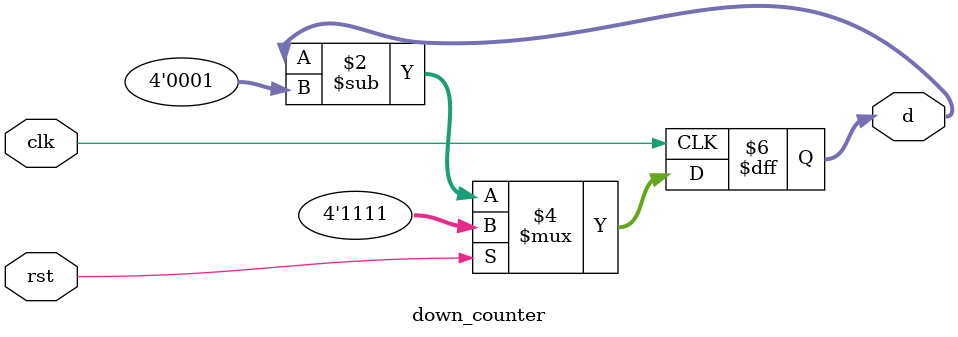
<source format=v>
module down_counter (input clk, rst, 
		output reg [3:0]d);
	always@(posedge clk)
	begin
		if(rst)
			d <= 4'hF;
		else 
		begin
			d <= d - 4'h1;
		end
	end
	endmodule



</source>
